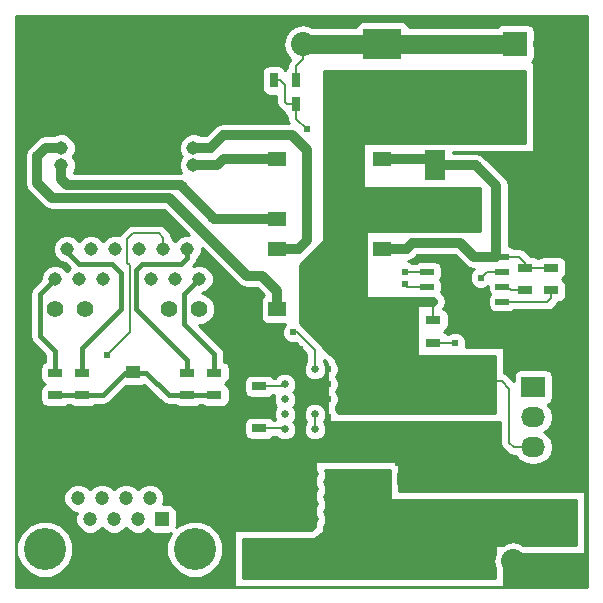
<source format=gtl>
G04 #@! TF.FileFunction,Copper,L1,Top,Signal*
%FSLAX46Y46*%
G04 Gerber Fmt 4.6, Leading zero omitted, Abs format (unit mm)*
G04 Created by KiCad (PCBNEW (2015-03-16 BZR 5519)-product) date Mon 23 Mar 2015 09:38:02 AM CET*
%MOMM*%
G01*
G04 APERTURE LIST*
%ADD10C,0.150000*%
%ADD11C,0.655320*%
%ADD12C,3.556000*%
%ADD13C,1.193800*%
%ADD14R,1.193800X1.193800*%
%ADD15C,1.143000*%
%ADD16C,3.505200*%
%ADD17C,1.828800*%
%ADD18C,1.397000*%
%ADD19R,1.501140X1.300480*%
%ADD20R,5.000000X1.000000*%
%ADD21R,2.500000X1.000000*%
%ADD22R,1.250000X1.000000*%
%ADD23R,3.299460X2.499360*%
%ADD24R,1.800860X2.499360*%
%ADD25R,2.032000X1.727200*%
%ADD26O,2.032000X1.727200*%
%ADD27R,2.032000X2.032000*%
%ADD28O,2.032000X2.032000*%
%ADD29R,1.300000X0.700000*%
%ADD30R,0.700000X1.300000*%
%ADD31R,1.143000X0.508000*%
%ADD32C,0.609600*%
%ADD33C,0.203200*%
%ADD34C,1.625600*%
%ADD35C,0.812800*%
%ADD36C,0.406400*%
%ADD37C,0.254000*%
G04 APERTURE END LIST*
D10*
D11*
X149225000Y-105410000D03*
X147955000Y-105410000D03*
X146685000Y-105410000D03*
X145415000Y-105410000D03*
X144145000Y-105410000D03*
X142875000Y-105410000D03*
X141605000Y-105410000D03*
X149225000Y-104140000D03*
X147955000Y-104140000D03*
X146685000Y-104140000D03*
X145415000Y-104140000D03*
X144145000Y-104140000D03*
X142875000Y-104140000D03*
X141605000Y-104140000D03*
X149225000Y-102870000D03*
X147955000Y-102870000D03*
X146685000Y-102870000D03*
X145415000Y-102870000D03*
X144145000Y-102870000D03*
X142875000Y-102870000D03*
X141605000Y-102870000D03*
X149225000Y-101600000D03*
X147955000Y-101600000D03*
X146685000Y-101600000D03*
X145415000Y-101600000D03*
X144145000Y-101600000D03*
X142875000Y-101600000D03*
X141605000Y-101600000D03*
X149225000Y-100330000D03*
X147955000Y-100330000D03*
X146685000Y-100330000D03*
X145415000Y-100330000D03*
X144145000Y-100330000D03*
X142875000Y-100330000D03*
X141605000Y-100330000D03*
X149225000Y-99060000D03*
X147955000Y-99060000D03*
X146685000Y-99060000D03*
X145415000Y-99060000D03*
X144145000Y-99060000D03*
X142875000Y-99060000D03*
X141605000Y-99060000D03*
X149225000Y-97790000D03*
X147955000Y-97790000D03*
X146685000Y-97790000D03*
X145415000Y-97790000D03*
X144145000Y-97790000D03*
X142875000Y-97790000D03*
X141605000Y-97790000D03*
X144145000Y-96520000D03*
X142875000Y-96520000D03*
X141605000Y-96520000D03*
X149225000Y-95250000D03*
X147955000Y-95250000D03*
X146685000Y-95250000D03*
X144145000Y-95250000D03*
X142875000Y-95250000D03*
X141605000Y-95250000D03*
X149225000Y-93980000D03*
X147955000Y-93980000D03*
X146685000Y-93980000D03*
X144145000Y-93980000D03*
X142875000Y-93980000D03*
X141605000Y-93980000D03*
X149225000Y-92710000D03*
X147955000Y-92710000D03*
X146685000Y-92710000D03*
X144145000Y-92710000D03*
X142875000Y-92710000D03*
X141605000Y-92710000D03*
D12*
X121285000Y-107950000D03*
X133985000Y-107950000D03*
D13*
X124079000Y-103632000D03*
X126111000Y-103632000D03*
X128143000Y-103632000D03*
X130175000Y-103632000D03*
X125095000Y-105410000D03*
X127127000Y-105410000D03*
X129159000Y-105410000D03*
D14*
X131191000Y-105410000D03*
D15*
X123190000Y-82550000D03*
X125222000Y-82550000D03*
X127254000Y-82550000D03*
X129286000Y-82550000D03*
X131318000Y-82550000D03*
X133350000Y-82550000D03*
X122174000Y-85090000D03*
X124206000Y-85090000D03*
X126238000Y-85090000D03*
X130302000Y-85090000D03*
X132334000Y-85090000D03*
X134366000Y-85090000D03*
D16*
X121920000Y-67310000D03*
X134620000Y-67310000D03*
D17*
X120205500Y-64135000D03*
X136334500Y-64135000D03*
D15*
X122682000Y-75438000D03*
X133858000Y-75438000D03*
X122682000Y-73964800D03*
X133858000Y-73964800D03*
D18*
X134366000Y-87630000D03*
X131826000Y-87630000D03*
X122174000Y-87630000D03*
X124714000Y-87630000D03*
D19*
X149860000Y-87630000D03*
X149860000Y-82529680D03*
X140959840Y-82529680D03*
X140959840Y-87630000D03*
X149860000Y-80010000D03*
X149860000Y-74909680D03*
X140959840Y-74909680D03*
X140959840Y-80010000D03*
D20*
X153670000Y-93720000D03*
X153670000Y-99320000D03*
D21*
X152400000Y-105005000D03*
X152400000Y-102005000D03*
D22*
X128778000Y-92980000D03*
X128778000Y-94980000D03*
D23*
X149860000Y-65178940D03*
X149860000Y-71981060D03*
D24*
X154305000Y-79468980D03*
X154305000Y-75471020D03*
D25*
X162623500Y-94234000D03*
D26*
X162623500Y-96774000D03*
X162623500Y-99314000D03*
D27*
X140589000Y-65214500D03*
D28*
X143129000Y-65214500D03*
D27*
X158369000Y-108966000D03*
D28*
X160909000Y-108966000D03*
D27*
X161099500Y-65151000D03*
D28*
X163639500Y-65151000D03*
D29*
X139446000Y-97724000D03*
X139446000Y-95824000D03*
X139446000Y-94168000D03*
X139446000Y-92268000D03*
X154178000Y-88585000D03*
X154178000Y-90485000D03*
X161925000Y-86040000D03*
X161925000Y-84140000D03*
X164147500Y-86040000D03*
X164147500Y-84140000D03*
D30*
X142555000Y-68262500D03*
X140655000Y-68262500D03*
X142555000Y-70294500D03*
X140655000Y-70294500D03*
D29*
X122174000Y-94930000D03*
X122174000Y-93030000D03*
X124460000Y-94930000D03*
X124460000Y-93030000D03*
X133350000Y-94930000D03*
X133350000Y-93030000D03*
X135636000Y-94930000D03*
X135636000Y-93030000D03*
D31*
X153670000Y-86995000D03*
X153670000Y-85725000D03*
X153670000Y-84455000D03*
X153670000Y-83185000D03*
X160020000Y-83185000D03*
X160020000Y-84455000D03*
X160020000Y-85725000D03*
X160020000Y-86995000D03*
D32*
X151765000Y-85534500D03*
X143446500Y-72390000D03*
X126555500Y-91503500D03*
X145224500Y-96774000D03*
X145224500Y-93980000D03*
X145224500Y-92710000D03*
X145224500Y-95250000D03*
X151193500Y-100647500D03*
X151574500Y-97790000D03*
X142875000Y-90995500D03*
X141605000Y-90995500D03*
X140335000Y-105410000D03*
X140335000Y-104140000D03*
X140335000Y-102870000D03*
X140335000Y-101600000D03*
X140335000Y-100330000D03*
X140335000Y-99060000D03*
X151765000Y-84455000D03*
X142303500Y-89598500D03*
X158178500Y-84963000D03*
X156019500Y-90487500D03*
D33*
X142555000Y-70294500D02*
X142555000Y-71498500D01*
X151955500Y-85725000D02*
X153670000Y-85725000D01*
X151765000Y-85534500D02*
X151955500Y-85725000D01*
X142555000Y-71498500D02*
X143446500Y-72390000D01*
X140655000Y-68262500D02*
X141224000Y-68262500D01*
X141795500Y-70294500D02*
X142555000Y-70294500D01*
X141605000Y-70104000D02*
X141795500Y-70294500D01*
X141605000Y-68643500D02*
X141605000Y-70104000D01*
X141224000Y-68262500D02*
X141605000Y-68643500D01*
X154051000Y-85598000D02*
X154178000Y-85725000D01*
X131318000Y-81597500D02*
X131318000Y-82550000D01*
X130937000Y-81216500D02*
X131318000Y-81597500D01*
X128778000Y-81216500D02*
X130937000Y-81216500D01*
X128270000Y-81724500D02*
X128778000Y-81216500D01*
X128270000Y-83693000D02*
X128270000Y-81724500D01*
X128460500Y-83883500D02*
X128270000Y-83693000D01*
X128460500Y-89598500D02*
X128460500Y-83883500D01*
X126555500Y-91503500D02*
X128460500Y-89598500D01*
D34*
X149860000Y-65178940D02*
X161071560Y-65178940D01*
X161071560Y-65178940D02*
X161099500Y-65151000D01*
D33*
X143129000Y-65214500D02*
X143129000Y-66484500D01*
X142555000Y-67058500D02*
X142555000Y-68262500D01*
X143129000Y-66484500D02*
X142555000Y-67058500D01*
D34*
X143129000Y-65214500D02*
X149824440Y-65214500D01*
X149824440Y-65214500D02*
X149860000Y-65178940D01*
D33*
X143002000Y-64516000D02*
X143002000Y-65532000D01*
D34*
X149760940Y-65278000D02*
X149860000Y-65178940D01*
D33*
X161925000Y-84140000D02*
X164147500Y-84140000D01*
X161417000Y-83185000D02*
X161925000Y-83693000D01*
X161925000Y-83693000D02*
X161925000Y-84137500D01*
X159512000Y-83185000D02*
X161417000Y-83185000D01*
D35*
X153743660Y-74909680D02*
X154305000Y-75471020D01*
X157767020Y-75471020D02*
X159512000Y-77216000D01*
X149860000Y-74909680D02*
X153743660Y-74909680D01*
X149860000Y-82529680D02*
X151912320Y-82529680D01*
X157607000Y-83185000D02*
X159512000Y-83185000D01*
X156464000Y-82042000D02*
X157607000Y-83185000D01*
X152400000Y-82042000D02*
X156464000Y-82042000D01*
X151912320Y-82529680D02*
X152400000Y-82042000D01*
X159512000Y-77216000D02*
X159512000Y-83185000D01*
X154305000Y-75471020D02*
X157767020Y-75471020D01*
D33*
X162623500Y-99314000D02*
X160972500Y-99314000D01*
X159950500Y-93720000D02*
X153670000Y-93720000D01*
X160591500Y-94361000D02*
X159950500Y-93720000D01*
X160591500Y-98933000D02*
X160591500Y-94361000D01*
X160972500Y-99314000D02*
X160591500Y-98933000D01*
D35*
X149860000Y-87630000D02*
X151384000Y-87630000D01*
X152019000Y-86995000D02*
X154178000Y-86995000D01*
X151384000Y-87630000D02*
X152019000Y-86995000D01*
D33*
X154178000Y-88582500D02*
X154178000Y-86995000D01*
D35*
X122682000Y-75438000D02*
X122682000Y-76652120D01*
X132786120Y-77160120D02*
X135636000Y-80010000D01*
X122682000Y-76652120D02*
X123190000Y-77160120D01*
X135636000Y-80010000D02*
X140959840Y-80010000D01*
X123190000Y-77160120D02*
X132786120Y-77160120D01*
X133858000Y-75438000D02*
X135890000Y-75438000D01*
X136418320Y-74909680D02*
X140959840Y-74909680D01*
X135890000Y-75438000D02*
X136418320Y-74909680D01*
X121920000Y-78232000D02*
X131826000Y-78232000D01*
X121361200Y-73964800D02*
X120650000Y-74676000D01*
X139700000Y-84836000D02*
X140959840Y-86095840D01*
X140959840Y-86095840D02*
X140959840Y-87630000D01*
X131826000Y-78232000D02*
X136398000Y-82804000D01*
X120650000Y-74676000D02*
X120650000Y-76962000D01*
X120650000Y-76962000D02*
X121920000Y-78232000D01*
X138430000Y-84836000D02*
X139700000Y-84836000D01*
X136398000Y-82804000D02*
X138430000Y-84836000D01*
X122682000Y-73964800D02*
X121361200Y-73964800D01*
X142768320Y-82529680D02*
X140959840Y-82529680D01*
X136398000Y-72898000D02*
X142240000Y-72898000D01*
X143510000Y-74168000D02*
X143510000Y-81788000D01*
X135331200Y-73964800D02*
X136398000Y-72898000D01*
X142240000Y-72898000D02*
X143510000Y-74168000D01*
X133858000Y-73964800D02*
X135331200Y-73964800D01*
X143510000Y-81788000D02*
X142768320Y-82529680D01*
D36*
X144145000Y-105410000D02*
X142875000Y-105410000D01*
X144145000Y-104140000D02*
X142875000Y-104140000D01*
X144145000Y-102870000D02*
X142875000Y-102870000D01*
X144145000Y-101600000D02*
X142875000Y-101600000D01*
D33*
X145415000Y-97790000D02*
X145415000Y-96964500D01*
X145415000Y-96964500D02*
X145224500Y-96774000D01*
X145224500Y-92710000D02*
X145224500Y-93980000D01*
X145224500Y-93980000D02*
X144145000Y-93980000D01*
X144145000Y-95250000D02*
X145224500Y-95250000D01*
X149225000Y-100330000D02*
X150876000Y-100330000D01*
X150876000Y-100330000D02*
X151193500Y-100647500D01*
X149225000Y-97790000D02*
X151574500Y-97790000D01*
X142875000Y-92710000D02*
X142875000Y-90995500D01*
X141605000Y-92710000D02*
X141605000Y-90995500D01*
X141605000Y-105410000D02*
X140335000Y-105410000D01*
X141605000Y-104140000D02*
X140335000Y-104140000D01*
X141605000Y-102870000D02*
X140335000Y-102870000D01*
X141605000Y-101600000D02*
X140335000Y-101600000D01*
X141605000Y-100330000D02*
X140335000Y-100330000D01*
X141605000Y-99060000D02*
X140335000Y-99060000D01*
D36*
X128079500Y-93027500D02*
X128778000Y-93027500D01*
X128778000Y-93027500D02*
X129857500Y-93027500D01*
X129857500Y-93027500D02*
X131762500Y-94932500D01*
X126174500Y-94932500D02*
X128079500Y-93027500D01*
X124460000Y-94932500D02*
X126174500Y-94932500D01*
X122174000Y-94932500D02*
X124460000Y-94932500D01*
X131762500Y-94932500D02*
X133350000Y-94932500D01*
X133350000Y-94932500D02*
X135636000Y-94932500D01*
X123190000Y-82550000D02*
X123190000Y-82804000D01*
X123190000Y-82804000D02*
X124206000Y-83820000D01*
X124206000Y-83820000D02*
X127000000Y-83820000D01*
X127000000Y-83820000D02*
X127762000Y-84582000D01*
X127762000Y-84582000D02*
X127762000Y-87630000D01*
X127762000Y-87630000D02*
X124460000Y-90932000D01*
X124460000Y-90932000D02*
X124460000Y-93027500D01*
X129032000Y-87630000D02*
X133350000Y-91948000D01*
X133350000Y-82550000D02*
X133350000Y-83312000D01*
X133350000Y-91948000D02*
X133350000Y-93027500D01*
X129032000Y-84328000D02*
X129032000Y-87630000D01*
X132842000Y-83820000D02*
X129540000Y-83820000D01*
X133350000Y-83312000D02*
X132842000Y-83820000D01*
X129540000Y-83820000D02*
X129032000Y-84328000D01*
X122174000Y-85090000D02*
X120904000Y-86360000D01*
X122174000Y-91186000D02*
X122174000Y-93027500D01*
X120904000Y-89916000D02*
X122174000Y-91186000D01*
X120904000Y-86360000D02*
X120904000Y-89916000D01*
X135128000Y-90932000D02*
X135636000Y-91440000D01*
X133096000Y-88900000D02*
X135128000Y-90932000D01*
X135636000Y-91440000D02*
X135636000Y-93027500D01*
X133096000Y-86360000D02*
X133096000Y-88900000D01*
X134366000Y-85090000D02*
X133096000Y-86360000D01*
D33*
X153670000Y-84455000D02*
X151765000Y-84455000D01*
X142621000Y-89598500D02*
X144145000Y-91122500D01*
X144145000Y-91122500D02*
X144145000Y-91884500D01*
X144145000Y-91884500D02*
X144145000Y-92710000D01*
X142303500Y-89598500D02*
X142621000Y-89598500D01*
X144272000Y-92583000D02*
X144145000Y-92710000D01*
X139446000Y-97726500D02*
X141541500Y-97726500D01*
X141541500Y-97726500D02*
X141605000Y-97790000D01*
X139446000Y-94170500D02*
X141414500Y-94170500D01*
X141414500Y-94170500D02*
X141605000Y-93980000D01*
X154178000Y-90485000D02*
X156017000Y-90485000D01*
X158686500Y-84455000D02*
X160020000Y-84455000D01*
X158178500Y-84963000D02*
X158686500Y-84455000D01*
X156017000Y-90485000D02*
X156019500Y-90487500D01*
X159512000Y-85725000D02*
X160401000Y-85725000D01*
X160718500Y-86042500D02*
X161925000Y-86042500D01*
X160401000Y-85725000D02*
X160718500Y-86042500D01*
X160020000Y-86995000D02*
X163830000Y-86995000D01*
X164147500Y-86677500D02*
X164147500Y-86040000D01*
X163830000Y-86995000D02*
X164147500Y-86677500D01*
X144145000Y-96520000D02*
X144145000Y-97790000D01*
D37*
G36*
X166243000Y-107569000D02*
X161781269Y-107569000D01*
X161540810Y-107408330D01*
X160909000Y-107282655D01*
X160277190Y-107408330D01*
X160036730Y-107569000D01*
X159385000Y-107569000D01*
X159385000Y-108299861D01*
X159383675Y-108301845D01*
X159258000Y-108933655D01*
X159258000Y-108998345D01*
X159383675Y-109630155D01*
X159385000Y-109632138D01*
X159385000Y-110363000D01*
X138049000Y-110363000D01*
X138049000Y-107061000D01*
X144056453Y-107061000D01*
X144907000Y-106493968D01*
X144907000Y-106009549D01*
X144960628Y-105956015D01*
X145107493Y-105602325D01*
X145107827Y-105219355D01*
X144961580Y-104865409D01*
X144907000Y-104810733D01*
X144907000Y-104739549D01*
X144960628Y-104686015D01*
X145107493Y-104332325D01*
X145107827Y-103949355D01*
X144961580Y-103595409D01*
X144907000Y-103540733D01*
X144907000Y-103469549D01*
X144960628Y-103416015D01*
X145107493Y-103062325D01*
X145107827Y-102679355D01*
X144961580Y-102325409D01*
X144907000Y-102270733D01*
X144907000Y-102199549D01*
X144960628Y-102146015D01*
X145107493Y-101792325D01*
X145107827Y-101409355D01*
X145029174Y-101219000D01*
X145045684Y-101219000D01*
X145222675Y-101292493D01*
X145605645Y-101292827D01*
X145784320Y-101219000D01*
X146315684Y-101219000D01*
X146492675Y-101292493D01*
X146875645Y-101292827D01*
X147054320Y-101219000D01*
X147585684Y-101219000D01*
X147762675Y-101292493D01*
X148145645Y-101292827D01*
X148324320Y-101219000D01*
X148855684Y-101219000D01*
X149032675Y-101292493D01*
X149415645Y-101292827D01*
X149594320Y-101219000D01*
X150436083Y-101219000D01*
X150495000Y-101278019D01*
X150495000Y-103759000D01*
X166243000Y-103759000D01*
X166243000Y-107569000D01*
X166243000Y-107569000D01*
G37*
X166243000Y-107569000D02*
X161781269Y-107569000D01*
X161540810Y-107408330D01*
X160909000Y-107282655D01*
X160277190Y-107408330D01*
X160036730Y-107569000D01*
X159385000Y-107569000D01*
X159385000Y-108299861D01*
X159383675Y-108301845D01*
X159258000Y-108933655D01*
X159258000Y-108998345D01*
X159383675Y-109630155D01*
X159385000Y-109632138D01*
X159385000Y-110363000D01*
X138049000Y-110363000D01*
X138049000Y-107061000D01*
X144056453Y-107061000D01*
X144907000Y-106493968D01*
X144907000Y-106009549D01*
X144960628Y-105956015D01*
X145107493Y-105602325D01*
X145107827Y-105219355D01*
X144961580Y-104865409D01*
X144907000Y-104810733D01*
X144907000Y-104739549D01*
X144960628Y-104686015D01*
X145107493Y-104332325D01*
X145107827Y-103949355D01*
X144961580Y-103595409D01*
X144907000Y-103540733D01*
X144907000Y-103469549D01*
X144960628Y-103416015D01*
X145107493Y-103062325D01*
X145107827Y-102679355D01*
X144961580Y-102325409D01*
X144907000Y-102270733D01*
X144907000Y-102199549D01*
X144960628Y-102146015D01*
X145107493Y-101792325D01*
X145107827Y-101409355D01*
X145029174Y-101219000D01*
X145045684Y-101219000D01*
X145222675Y-101292493D01*
X145605645Y-101292827D01*
X145784320Y-101219000D01*
X146315684Y-101219000D01*
X146492675Y-101292493D01*
X146875645Y-101292827D01*
X147054320Y-101219000D01*
X147585684Y-101219000D01*
X147762675Y-101292493D01*
X148145645Y-101292827D01*
X148324320Y-101219000D01*
X148855684Y-101219000D01*
X149032675Y-101292493D01*
X149415645Y-101292827D01*
X149594320Y-101219000D01*
X150436083Y-101219000D01*
X150495000Y-101278019D01*
X150495000Y-103759000D01*
X166243000Y-103759000D01*
X166243000Y-107569000D01*
G36*
X161925000Y-73533000D02*
X148209000Y-73533000D01*
X148209000Y-77343000D01*
X153279208Y-77343000D01*
X153404570Y-77368140D01*
X155205430Y-77368140D01*
X155335003Y-77343000D01*
X158115000Y-77343000D01*
X158115000Y-81000600D01*
X156464000Y-81000600D01*
X152400000Y-81000600D01*
X148463000Y-81000600D01*
X148463000Y-81874403D01*
X148461990Y-81879440D01*
X148461990Y-83179920D01*
X148463000Y-83185125D01*
X148463000Y-84582000D01*
X148463000Y-86715600D01*
X152781000Y-86715600D01*
X152781000Y-87884000D01*
X152781000Y-91567000D01*
X156464000Y-91567000D01*
X159385000Y-91567000D01*
X159385000Y-96393000D01*
X146083939Y-96393000D01*
X146021688Y-96242341D01*
X145923000Y-96143480D01*
X145923000Y-95880637D01*
X146020759Y-95783049D01*
X146164137Y-95437758D01*
X146164463Y-95063882D01*
X146021688Y-94718341D01*
X145923000Y-94619480D01*
X145923000Y-94610637D01*
X146020759Y-94513049D01*
X146164137Y-94167758D01*
X146164463Y-93793882D01*
X146021688Y-93448341D01*
X145961100Y-93387647D01*
X145961100Y-93302604D01*
X146020759Y-93243049D01*
X146164137Y-92897758D01*
X146164463Y-92523882D01*
X146021688Y-92178341D01*
X145923000Y-92079480D01*
X145923000Y-91892132D01*
X144836599Y-90896264D01*
X144825530Y-90840615D01*
X144665855Y-90601645D01*
X143141855Y-89077645D01*
X143050613Y-89016679D01*
X142875000Y-88840759D01*
X142875000Y-83872605D01*
X143434913Y-83312691D01*
X143504701Y-83266061D01*
X144246381Y-82524381D01*
X144293011Y-82454593D01*
X144907000Y-81840605D01*
X144907000Y-67437000D01*
X161925000Y-67437000D01*
X161925000Y-73533000D01*
X161925000Y-73533000D01*
G37*
X161925000Y-73533000D02*
X148209000Y-73533000D01*
X148209000Y-77343000D01*
X153279208Y-77343000D01*
X153404570Y-77368140D01*
X155205430Y-77368140D01*
X155335003Y-77343000D01*
X158115000Y-77343000D01*
X158115000Y-81000600D01*
X156464000Y-81000600D01*
X152400000Y-81000600D01*
X148463000Y-81000600D01*
X148463000Y-81874403D01*
X148461990Y-81879440D01*
X148461990Y-83179920D01*
X148463000Y-83185125D01*
X148463000Y-84582000D01*
X148463000Y-86715600D01*
X152781000Y-86715600D01*
X152781000Y-87884000D01*
X152781000Y-91567000D01*
X156464000Y-91567000D01*
X159385000Y-91567000D01*
X159385000Y-96393000D01*
X146083939Y-96393000D01*
X146021688Y-96242341D01*
X145923000Y-96143480D01*
X145923000Y-95880637D01*
X146020759Y-95783049D01*
X146164137Y-95437758D01*
X146164463Y-95063882D01*
X146021688Y-94718341D01*
X145923000Y-94619480D01*
X145923000Y-94610637D01*
X146020759Y-94513049D01*
X146164137Y-94167758D01*
X146164463Y-93793882D01*
X146021688Y-93448341D01*
X145961100Y-93387647D01*
X145961100Y-93302604D01*
X146020759Y-93243049D01*
X146164137Y-92897758D01*
X146164463Y-92523882D01*
X146021688Y-92178341D01*
X145923000Y-92079480D01*
X145923000Y-91892132D01*
X144836599Y-90896264D01*
X144825530Y-90840615D01*
X144665855Y-90601645D01*
X143141855Y-89077645D01*
X143050613Y-89016679D01*
X142875000Y-88840759D01*
X142875000Y-83872605D01*
X143434913Y-83312691D01*
X143504701Y-83266061D01*
X144246381Y-82524381D01*
X144293011Y-82454593D01*
X144907000Y-81840605D01*
X144907000Y-67437000D01*
X161925000Y-67437000D01*
X161925000Y-73533000D01*
G36*
X167175180Y-111173260D02*
X167005000Y-111173260D01*
X167005000Y-108331000D01*
X167005000Y-102997000D01*
X165444940Y-102997000D01*
X165444940Y-86390000D01*
X165444940Y-85690000D01*
X165397963Y-85447877D01*
X165258173Y-85235073D01*
X165047140Y-85092623D01*
X165037969Y-85090783D01*
X165039623Y-85090463D01*
X165252427Y-84950673D01*
X165394877Y-84739640D01*
X165444940Y-84490000D01*
X165444940Y-83790000D01*
X165397963Y-83547877D01*
X165258173Y-83335073D01*
X165047140Y-83192623D01*
X164797500Y-83142560D01*
X163497500Y-83142560D01*
X163255377Y-83189537D01*
X163042573Y-83329327D01*
X163037163Y-83337341D01*
X163035673Y-83335073D01*
X162824640Y-83192623D01*
X162575000Y-83142560D01*
X162416270Y-83142560D01*
X161937855Y-82664145D01*
X161698885Y-82504470D01*
X161417000Y-82448400D01*
X161011176Y-82448400D01*
X160841140Y-82333623D01*
X160591500Y-82283560D01*
X160553400Y-82283560D01*
X160553400Y-77216000D01*
X160474128Y-76817474D01*
X160474128Y-76817473D01*
X160248381Y-76479619D01*
X158503401Y-74734639D01*
X158165547Y-74508892D01*
X157767020Y-74429620D01*
X155852870Y-74429620D01*
X155852870Y-74295000D01*
X162687000Y-74295000D01*
X162687000Y-66675000D01*
X162498380Y-66675000D01*
X162570427Y-66627673D01*
X162712877Y-66416640D01*
X162762940Y-66167000D01*
X162762940Y-64135000D01*
X162715963Y-63892877D01*
X162576173Y-63680073D01*
X162365140Y-63537623D01*
X162115500Y-63487560D01*
X160083500Y-63487560D01*
X159841377Y-63534537D01*
X159628573Y-63674327D01*
X159590223Y-63731140D01*
X152118730Y-63731140D01*
X152110193Y-63687137D01*
X151970403Y-63474333D01*
X151759370Y-63331883D01*
X151509730Y-63281820D01*
X148210270Y-63281820D01*
X147968147Y-63328797D01*
X147755343Y-63468587D01*
X147612893Y-63679620D01*
X147595429Y-63766700D01*
X143925242Y-63766700D01*
X143760810Y-63656830D01*
X143129000Y-63531155D01*
X142497190Y-63656830D01*
X141961567Y-64014722D01*
X141603675Y-64550345D01*
X141478000Y-65182155D01*
X141478000Y-65246845D01*
X141603675Y-65878655D01*
X141961567Y-66414278D01*
X142079027Y-66492762D01*
X142034145Y-66537645D01*
X141874470Y-66776615D01*
X141818400Y-67058500D01*
X141818400Y-67106943D01*
X141750073Y-67151827D01*
X141607623Y-67362860D01*
X141605783Y-67372030D01*
X141605463Y-67370377D01*
X141465673Y-67157573D01*
X141254640Y-67015123D01*
X141005000Y-66965060D01*
X140305000Y-66965060D01*
X140062877Y-67012037D01*
X139850073Y-67151827D01*
X139707623Y-67362860D01*
X139657560Y-67612500D01*
X139657560Y-68912500D01*
X139704537Y-69154623D01*
X139844327Y-69367427D01*
X140055360Y-69509877D01*
X140305000Y-69559940D01*
X140868400Y-69559940D01*
X140868400Y-70104000D01*
X140924470Y-70385885D01*
X141084145Y-70624855D01*
X141274645Y-70815355D01*
X141513615Y-70975030D01*
X141513616Y-70975030D01*
X141565485Y-70985347D01*
X141604537Y-71186623D01*
X141744327Y-71399427D01*
X141818400Y-71449427D01*
X141818400Y-71498500D01*
X141874470Y-71780385D01*
X141925395Y-71856600D01*
X136398000Y-71856600D01*
X135999473Y-71935872D01*
X135661619Y-72161619D01*
X134899838Y-72923400D01*
X134496141Y-72923400D01*
X134099041Y-72758510D01*
X133619065Y-72758091D01*
X133175465Y-72941382D01*
X132835775Y-73280480D01*
X132651710Y-73723759D01*
X132651291Y-74203735D01*
X132834582Y-74647335D01*
X132888349Y-74701196D01*
X132835775Y-74753680D01*
X132651710Y-75196959D01*
X132651291Y-75676935D01*
X132834582Y-76120535D01*
X132844328Y-76130298D01*
X132786120Y-76118720D01*
X123723400Y-76118720D01*
X123723400Y-76076141D01*
X123888290Y-75679041D01*
X123888709Y-75199065D01*
X123705418Y-74755465D01*
X123651650Y-74701603D01*
X123704225Y-74649120D01*
X123888290Y-74205841D01*
X123888709Y-73725865D01*
X123705418Y-73282265D01*
X123366320Y-72942575D01*
X122923041Y-72758510D01*
X122443065Y-72758091D01*
X122042984Y-72923400D01*
X121361200Y-72923400D01*
X120962674Y-73002671D01*
X120624819Y-73228419D01*
X119913619Y-73939619D01*
X119687872Y-74277473D01*
X119608600Y-74676000D01*
X119608600Y-76962000D01*
X119687872Y-77360527D01*
X119913619Y-77698381D01*
X121183619Y-78968381D01*
X121521473Y-79194128D01*
X121521474Y-79194128D01*
X121920000Y-79273400D01*
X131394638Y-79273400D01*
X133464837Y-81343599D01*
X133111065Y-81343291D01*
X132667465Y-81526582D01*
X132333715Y-81859749D01*
X132050289Y-81575827D01*
X131998530Y-81315615D01*
X131838855Y-81076645D01*
X131457855Y-80695645D01*
X131218885Y-80535970D01*
X130937000Y-80479900D01*
X128778000Y-80479900D01*
X128496115Y-80535970D01*
X128257145Y-80695645D01*
X127749145Y-81203645D01*
X127620693Y-81395885D01*
X127495041Y-81343710D01*
X127015065Y-81343291D01*
X126571465Y-81526582D01*
X126237715Y-81859749D01*
X125906320Y-81527775D01*
X125463041Y-81343710D01*
X124983065Y-81343291D01*
X124539465Y-81526582D01*
X124205715Y-81859749D01*
X123874320Y-81527775D01*
X123431041Y-81343710D01*
X122951065Y-81343291D01*
X122507465Y-81526582D01*
X122167775Y-81865680D01*
X121983710Y-82308959D01*
X121983291Y-82788935D01*
X122166582Y-83232535D01*
X122505680Y-83572225D01*
X122948959Y-83756290D01*
X122956902Y-83756296D01*
X123395214Y-84194608D01*
X123189715Y-84399749D01*
X122858320Y-84067775D01*
X122415041Y-83883710D01*
X121935065Y-83883291D01*
X121491465Y-84066582D01*
X121151775Y-84405680D01*
X120967710Y-84848959D01*
X120967481Y-85111124D01*
X120311303Y-85767303D01*
X120129604Y-86039234D01*
X120065800Y-86360000D01*
X120065800Y-89916000D01*
X120129604Y-90236766D01*
X120311303Y-90508697D01*
X121335800Y-91533194D01*
X121335800Y-92069074D01*
X121281877Y-92079537D01*
X121069073Y-92219327D01*
X120926623Y-92430360D01*
X120876560Y-92680000D01*
X120876560Y-93380000D01*
X120923537Y-93622123D01*
X121063327Y-93834927D01*
X121274360Y-93977377D01*
X121283530Y-93979216D01*
X121281877Y-93979537D01*
X121069073Y-94119327D01*
X120926623Y-94330360D01*
X120876560Y-94580000D01*
X120876560Y-95280000D01*
X120923537Y-95522123D01*
X121063327Y-95734927D01*
X121274360Y-95877377D01*
X121524000Y-95927440D01*
X122824000Y-95927440D01*
X123066123Y-95880463D01*
X123233216Y-95770700D01*
X123402323Y-95770700D01*
X123560360Y-95877377D01*
X123810000Y-95927440D01*
X125110000Y-95927440D01*
X125352123Y-95880463D01*
X125519216Y-95770700D01*
X126174500Y-95770700D01*
X126495265Y-95706896D01*
X126495266Y-95706896D01*
X126767197Y-95525197D01*
X128164954Y-94127440D01*
X129403000Y-94127440D01*
X129645123Y-94080463D01*
X129693373Y-94048767D01*
X131169803Y-95525197D01*
X131441735Y-95706896D01*
X131762500Y-95770700D01*
X132292323Y-95770700D01*
X132450360Y-95877377D01*
X132700000Y-95927440D01*
X134000000Y-95927440D01*
X134242123Y-95880463D01*
X134409216Y-95770700D01*
X134578323Y-95770700D01*
X134736360Y-95877377D01*
X134986000Y-95927440D01*
X136286000Y-95927440D01*
X136528123Y-95880463D01*
X136740927Y-95740673D01*
X136883377Y-95529640D01*
X136933440Y-95280000D01*
X136933440Y-94580000D01*
X136886463Y-94337877D01*
X136746673Y-94125073D01*
X136535640Y-93982623D01*
X136526469Y-93980783D01*
X136528123Y-93980463D01*
X136740927Y-93840673D01*
X136883377Y-93629640D01*
X136933440Y-93380000D01*
X136933440Y-92680000D01*
X136886463Y-92437877D01*
X136746673Y-92225073D01*
X136535640Y-92082623D01*
X136474200Y-92070301D01*
X136474200Y-91440000D01*
X136410396Y-91119235D01*
X136410395Y-91119234D01*
X136228697Y-90847303D01*
X135720697Y-90339303D01*
X134344876Y-88963482D01*
X134630086Y-88963731D01*
X135120380Y-88761146D01*
X135495827Y-88386353D01*
X135699268Y-87896413D01*
X135699731Y-87365914D01*
X135497146Y-86875620D01*
X135122353Y-86500173D01*
X134632413Y-86296732D01*
X134604937Y-86296708D01*
X135048535Y-86113418D01*
X135388225Y-85774320D01*
X135572290Y-85331041D01*
X135572709Y-84851065D01*
X135389418Y-84407465D01*
X135050320Y-84067775D01*
X134607041Y-83883710D01*
X134127065Y-83883291D01*
X133849356Y-83998037D01*
X133942697Y-83904697D01*
X134124395Y-83632766D01*
X134124396Y-83632765D01*
X134161885Y-83444293D01*
X134372225Y-83234320D01*
X134556290Y-82791041D01*
X134556600Y-82435362D01*
X135661619Y-83540381D01*
X137693619Y-85572381D01*
X138031473Y-85798128D01*
X138031474Y-85798128D01*
X138430000Y-85877400D01*
X139268638Y-85877400D01*
X139848484Y-86457246D01*
X139754343Y-86519087D01*
X139611893Y-86730120D01*
X139561830Y-86979760D01*
X139561830Y-88280240D01*
X139608807Y-88522363D01*
X139748597Y-88735167D01*
X139959630Y-88877617D01*
X140209270Y-88927680D01*
X141645252Y-88927680D01*
X141507241Y-89065451D01*
X141363863Y-89410742D01*
X141363537Y-89784618D01*
X141506312Y-90130159D01*
X141770451Y-90394759D01*
X142115742Y-90538137D01*
X142489618Y-90538463D01*
X142510588Y-90529798D01*
X143408400Y-91427610D01*
X143408400Y-91884500D01*
X143408400Y-92085094D01*
X143329372Y-92163985D01*
X143182507Y-92517675D01*
X143182173Y-92900645D01*
X143328420Y-93254591D01*
X143598985Y-93525628D01*
X143952675Y-93672493D01*
X144335645Y-93672827D01*
X144689591Y-93526580D01*
X144960628Y-93256015D01*
X145107493Y-92902325D01*
X145107827Y-92519355D01*
X144961580Y-92165409D01*
X144881600Y-92085289D01*
X144881600Y-91971221D01*
X145161000Y-92227338D01*
X145161000Y-97155000D01*
X159854900Y-97155000D01*
X159854900Y-98933000D01*
X159910970Y-99214885D01*
X160070645Y-99453855D01*
X160451645Y-99834855D01*
X160690615Y-99994530D01*
X160972500Y-100050600D01*
X161163216Y-100050600D01*
X161379085Y-100373670D01*
X161865266Y-100698526D01*
X162438755Y-100812600D01*
X162808245Y-100812600D01*
X163381734Y-100698526D01*
X163867915Y-100373670D01*
X164192771Y-99887489D01*
X164306845Y-99314000D01*
X164192771Y-98740511D01*
X163867915Y-98254330D01*
X163553134Y-98044000D01*
X163867915Y-97833670D01*
X164192771Y-97347489D01*
X164306845Y-96774000D01*
X164192771Y-96200511D01*
X163867915Y-95714330D01*
X163852132Y-95703784D01*
X163881623Y-95698063D01*
X164094427Y-95558273D01*
X164236877Y-95347240D01*
X164286940Y-95097600D01*
X164286940Y-93370400D01*
X164239963Y-93128277D01*
X164100173Y-92915473D01*
X163889140Y-92773023D01*
X163639500Y-92722960D01*
X161607500Y-92722960D01*
X161365377Y-92769937D01*
X161152573Y-92909727D01*
X161010123Y-93120760D01*
X160960060Y-93370400D01*
X160960060Y-93687850D01*
X160471355Y-93199145D01*
X160232385Y-93039470D01*
X160147000Y-93022485D01*
X160147000Y-90805000D01*
X156905263Y-90805000D01*
X156959137Y-90675258D01*
X156959463Y-90301382D01*
X156816688Y-89955841D01*
X156552549Y-89691241D01*
X156207258Y-89547863D01*
X155833382Y-89547537D01*
X155487841Y-89690312D01*
X155429651Y-89748400D01*
X155333556Y-89748400D01*
X155288673Y-89680073D01*
X155077640Y-89537623D01*
X155068469Y-89535783D01*
X155070123Y-89535463D01*
X155282927Y-89395673D01*
X155425377Y-89184640D01*
X155475440Y-88935000D01*
X155475440Y-88235000D01*
X155428463Y-87992877D01*
X155288673Y-87780073D01*
X155077640Y-87637623D01*
X154988916Y-87619830D01*
X155140128Y-87393527D01*
X155219400Y-86995000D01*
X155140128Y-86596473D01*
X154914381Y-86258619D01*
X154842497Y-86210587D01*
X154888940Y-85979000D01*
X154888940Y-85854002D01*
X154914600Y-85725000D01*
X154888940Y-85595997D01*
X154888940Y-85471000D01*
X154841963Y-85228877D01*
X154750474Y-85089603D01*
X154838877Y-84958640D01*
X154888940Y-84709000D01*
X154888940Y-84201000D01*
X154841963Y-83958877D01*
X154702173Y-83746073D01*
X154491140Y-83603623D01*
X154241500Y-83553560D01*
X153098500Y-83553560D01*
X152856377Y-83600537D01*
X152676952Y-83718400D01*
X152357604Y-83718400D01*
X152298049Y-83658741D01*
X152030382Y-83547595D01*
X152310846Y-83491808D01*
X152310847Y-83491808D01*
X152648701Y-83266061D01*
X152831362Y-83083400D01*
X156032638Y-83083400D01*
X156870619Y-83921381D01*
X157208473Y-84147128D01*
X157208474Y-84147128D01*
X157589611Y-84222941D01*
X157382241Y-84429951D01*
X157238863Y-84775242D01*
X157238537Y-85149118D01*
X157381312Y-85494659D01*
X157645451Y-85759259D01*
X157990742Y-85902637D01*
X158364618Y-85902963D01*
X158710159Y-85760188D01*
X158782830Y-85687642D01*
X158775400Y-85725000D01*
X158801060Y-85854002D01*
X158801060Y-85979000D01*
X158848037Y-86221123D01*
X158939525Y-86360396D01*
X158851123Y-86491360D01*
X158801060Y-86741000D01*
X158801060Y-87249000D01*
X158848037Y-87491123D01*
X158987827Y-87703927D01*
X159198860Y-87846377D01*
X159448500Y-87896440D01*
X160591500Y-87896440D01*
X160833623Y-87849463D01*
X161013047Y-87731600D01*
X163830000Y-87731600D01*
X164111885Y-87675530D01*
X164350855Y-87515855D01*
X164668355Y-87198355D01*
X164775874Y-87037440D01*
X164775875Y-87037440D01*
X164797500Y-87037440D01*
X165039623Y-86990463D01*
X165252427Y-86850673D01*
X165394877Y-86639640D01*
X165444940Y-86390000D01*
X165444940Y-102997000D01*
X151257000Y-102997000D01*
X151257000Y-100457000D01*
X145107827Y-100457000D01*
X145107827Y-97599355D01*
X144961580Y-97245409D01*
X144881600Y-97165289D01*
X144881600Y-97144905D01*
X144960628Y-97066015D01*
X145107493Y-96712325D01*
X145107827Y-96329355D01*
X144961580Y-95975409D01*
X144691015Y-95704372D01*
X144337325Y-95557507D01*
X143954355Y-95557173D01*
X143600409Y-95703420D01*
X143329372Y-95973985D01*
X143182507Y-96327675D01*
X143182173Y-96710645D01*
X143328420Y-97064591D01*
X143408400Y-97144710D01*
X143408400Y-97165094D01*
X143329372Y-97243985D01*
X143182507Y-97597675D01*
X143182173Y-97980645D01*
X143328420Y-98334591D01*
X143598985Y-98605628D01*
X143952675Y-98752493D01*
X144335645Y-98752827D01*
X144689591Y-98606580D01*
X144960628Y-98336015D01*
X145107493Y-97982325D01*
X145107827Y-97599355D01*
X145107827Y-100457000D01*
X144145000Y-100457000D01*
X144145000Y-106086158D01*
X143825737Y-106299000D01*
X142567827Y-106299000D01*
X142567827Y-97599355D01*
X142421580Y-97245409D01*
X142331407Y-97155079D01*
X142420628Y-97066015D01*
X142567493Y-96712325D01*
X142567827Y-96329355D01*
X142421580Y-95975409D01*
X142331407Y-95885079D01*
X142420628Y-95796015D01*
X142567493Y-95442325D01*
X142567827Y-95059355D01*
X142421580Y-94705409D01*
X142331407Y-94615079D01*
X142420628Y-94526015D01*
X142567493Y-94172325D01*
X142567827Y-93789355D01*
X142421580Y-93435409D01*
X142151015Y-93164372D01*
X141797325Y-93017507D01*
X141414355Y-93017173D01*
X141060409Y-93163420D01*
X140789457Y-93433900D01*
X140603198Y-93433900D01*
X140556673Y-93363073D01*
X140345640Y-93220623D01*
X140096000Y-93170560D01*
X138796000Y-93170560D01*
X138553877Y-93217537D01*
X138341073Y-93357327D01*
X138198623Y-93568360D01*
X138148560Y-93818000D01*
X138148560Y-94518000D01*
X138195537Y-94760123D01*
X138335327Y-94972927D01*
X138546360Y-95115377D01*
X138796000Y-95165440D01*
X140096000Y-95165440D01*
X140338123Y-95118463D01*
X140550927Y-94978673D01*
X140599239Y-94907100D01*
X140705031Y-94907100D01*
X140642507Y-95057675D01*
X140642173Y-95440645D01*
X140788420Y-95794591D01*
X140878592Y-95884920D01*
X140789372Y-95973985D01*
X140642507Y-96327675D01*
X140642173Y-96710645D01*
X140757558Y-96989900D01*
X140603198Y-96989900D01*
X140556673Y-96919073D01*
X140345640Y-96776623D01*
X140096000Y-96726560D01*
X138796000Y-96726560D01*
X138553877Y-96773537D01*
X138341073Y-96913327D01*
X138198623Y-97124360D01*
X138148560Y-97374000D01*
X138148560Y-98074000D01*
X138195537Y-98316123D01*
X138335327Y-98528927D01*
X138546360Y-98671377D01*
X138796000Y-98721440D01*
X140096000Y-98721440D01*
X140338123Y-98674463D01*
X140550927Y-98534673D01*
X140599239Y-98463100D01*
X140916705Y-98463100D01*
X141058985Y-98605628D01*
X141412675Y-98752493D01*
X141795645Y-98752827D01*
X142149591Y-98606580D01*
X142420628Y-98336015D01*
X142567493Y-97982325D01*
X142567827Y-97599355D01*
X142567827Y-106299000D01*
X137287000Y-106299000D01*
X137287000Y-111125000D01*
X160147000Y-111125000D01*
X160147000Y-108331000D01*
X167005000Y-108331000D01*
X167005000Y-111173260D01*
X136398417Y-111173260D01*
X136398417Y-107472130D01*
X136031834Y-106584931D01*
X135353639Y-105905551D01*
X134467081Y-105537420D01*
X133507130Y-105536583D01*
X132619931Y-105903166D01*
X132415146Y-106107592D01*
X132435340Y-106006900D01*
X132435340Y-104813100D01*
X132388363Y-104570977D01*
X132248573Y-104358173D01*
X132037540Y-104215723D01*
X131787900Y-104165660D01*
X131287286Y-104165660D01*
X131406685Y-103878115D01*
X131407113Y-103388035D01*
X131219963Y-102935097D01*
X130873726Y-102588255D01*
X130421115Y-102400315D01*
X129931035Y-102399887D01*
X129478097Y-102587037D01*
X129158747Y-102905829D01*
X128841726Y-102588255D01*
X128389115Y-102400315D01*
X127899035Y-102399887D01*
X127446097Y-102587037D01*
X127126747Y-102905829D01*
X126809726Y-102588255D01*
X126357115Y-102400315D01*
X125867035Y-102399887D01*
X125414097Y-102587037D01*
X125094747Y-102905829D01*
X124777726Y-102588255D01*
X124325115Y-102400315D01*
X123835035Y-102399887D01*
X123382097Y-102587037D01*
X123035255Y-102933274D01*
X122847315Y-103385885D01*
X122846887Y-103875965D01*
X123034037Y-104328903D01*
X123380274Y-104675745D01*
X123832885Y-104863685D01*
X123987912Y-104863820D01*
X123863315Y-105163885D01*
X123862887Y-105653965D01*
X124050037Y-106106903D01*
X124396274Y-106453745D01*
X124848885Y-106641685D01*
X125338965Y-106642113D01*
X125791903Y-106454963D01*
X126111252Y-106136170D01*
X126428274Y-106453745D01*
X126880885Y-106641685D01*
X127370965Y-106642113D01*
X127823903Y-106454963D01*
X128143252Y-106136170D01*
X128460274Y-106453745D01*
X128912885Y-106641685D01*
X129402965Y-106642113D01*
X129855903Y-106454963D01*
X130020792Y-106290361D01*
X130133427Y-106461827D01*
X130344460Y-106604277D01*
X130594100Y-106654340D01*
X131787900Y-106654340D01*
X131920968Y-106628521D01*
X131572420Y-107467919D01*
X131571583Y-108427870D01*
X131938166Y-109315069D01*
X132616361Y-109994449D01*
X133502919Y-110362580D01*
X134462870Y-110363417D01*
X135350069Y-109996834D01*
X136029449Y-109318639D01*
X136397580Y-108432081D01*
X136398417Y-107472130D01*
X136398417Y-111173260D01*
X123698417Y-111173260D01*
X123698417Y-107472130D01*
X123331834Y-106584931D01*
X122653639Y-105905551D01*
X121767081Y-105537420D01*
X120807130Y-105536583D01*
X119919931Y-105903166D01*
X119240551Y-106581361D01*
X118872420Y-107467919D01*
X118871583Y-108427870D01*
X119238166Y-109315069D01*
X119916361Y-109994449D01*
X120802919Y-110362580D01*
X121762870Y-110363417D01*
X122650069Y-109996834D01*
X123329449Y-109318639D01*
X123697580Y-108432081D01*
X123698417Y-107472130D01*
X123698417Y-111173260D01*
X118826280Y-111173260D01*
X118826280Y-62824360D01*
X167175180Y-62824360D01*
X167175180Y-111173260D01*
X167175180Y-111173260D01*
G37*
X167175180Y-111173260D02*
X167005000Y-111173260D01*
X167005000Y-108331000D01*
X167005000Y-102997000D01*
X165444940Y-102997000D01*
X165444940Y-86390000D01*
X165444940Y-85690000D01*
X165397963Y-85447877D01*
X165258173Y-85235073D01*
X165047140Y-85092623D01*
X165037969Y-85090783D01*
X165039623Y-85090463D01*
X165252427Y-84950673D01*
X165394877Y-84739640D01*
X165444940Y-84490000D01*
X165444940Y-83790000D01*
X165397963Y-83547877D01*
X165258173Y-83335073D01*
X165047140Y-83192623D01*
X164797500Y-83142560D01*
X163497500Y-83142560D01*
X163255377Y-83189537D01*
X163042573Y-83329327D01*
X163037163Y-83337341D01*
X163035673Y-83335073D01*
X162824640Y-83192623D01*
X162575000Y-83142560D01*
X162416270Y-83142560D01*
X161937855Y-82664145D01*
X161698885Y-82504470D01*
X161417000Y-82448400D01*
X161011176Y-82448400D01*
X160841140Y-82333623D01*
X160591500Y-82283560D01*
X160553400Y-82283560D01*
X160553400Y-77216000D01*
X160474128Y-76817474D01*
X160474128Y-76817473D01*
X160248381Y-76479619D01*
X158503401Y-74734639D01*
X158165547Y-74508892D01*
X157767020Y-74429620D01*
X155852870Y-74429620D01*
X155852870Y-74295000D01*
X162687000Y-74295000D01*
X162687000Y-66675000D01*
X162498380Y-66675000D01*
X162570427Y-66627673D01*
X162712877Y-66416640D01*
X162762940Y-66167000D01*
X162762940Y-64135000D01*
X162715963Y-63892877D01*
X162576173Y-63680073D01*
X162365140Y-63537623D01*
X162115500Y-63487560D01*
X160083500Y-63487560D01*
X159841377Y-63534537D01*
X159628573Y-63674327D01*
X159590223Y-63731140D01*
X152118730Y-63731140D01*
X152110193Y-63687137D01*
X151970403Y-63474333D01*
X151759370Y-63331883D01*
X151509730Y-63281820D01*
X148210270Y-63281820D01*
X147968147Y-63328797D01*
X147755343Y-63468587D01*
X147612893Y-63679620D01*
X147595429Y-63766700D01*
X143925242Y-63766700D01*
X143760810Y-63656830D01*
X143129000Y-63531155D01*
X142497190Y-63656830D01*
X141961567Y-64014722D01*
X141603675Y-64550345D01*
X141478000Y-65182155D01*
X141478000Y-65246845D01*
X141603675Y-65878655D01*
X141961567Y-66414278D01*
X142079027Y-66492762D01*
X142034145Y-66537645D01*
X141874470Y-66776615D01*
X141818400Y-67058500D01*
X141818400Y-67106943D01*
X141750073Y-67151827D01*
X141607623Y-67362860D01*
X141605783Y-67372030D01*
X141605463Y-67370377D01*
X141465673Y-67157573D01*
X141254640Y-67015123D01*
X141005000Y-66965060D01*
X140305000Y-66965060D01*
X140062877Y-67012037D01*
X139850073Y-67151827D01*
X139707623Y-67362860D01*
X139657560Y-67612500D01*
X139657560Y-68912500D01*
X139704537Y-69154623D01*
X139844327Y-69367427D01*
X140055360Y-69509877D01*
X140305000Y-69559940D01*
X140868400Y-69559940D01*
X140868400Y-70104000D01*
X140924470Y-70385885D01*
X141084145Y-70624855D01*
X141274645Y-70815355D01*
X141513615Y-70975030D01*
X141513616Y-70975030D01*
X141565485Y-70985347D01*
X141604537Y-71186623D01*
X141744327Y-71399427D01*
X141818400Y-71449427D01*
X141818400Y-71498500D01*
X141874470Y-71780385D01*
X141925395Y-71856600D01*
X136398000Y-71856600D01*
X135999473Y-71935872D01*
X135661619Y-72161619D01*
X134899838Y-72923400D01*
X134496141Y-72923400D01*
X134099041Y-72758510D01*
X133619065Y-72758091D01*
X133175465Y-72941382D01*
X132835775Y-73280480D01*
X132651710Y-73723759D01*
X132651291Y-74203735D01*
X132834582Y-74647335D01*
X132888349Y-74701196D01*
X132835775Y-74753680D01*
X132651710Y-75196959D01*
X132651291Y-75676935D01*
X132834582Y-76120535D01*
X132844328Y-76130298D01*
X132786120Y-76118720D01*
X123723400Y-76118720D01*
X123723400Y-76076141D01*
X123888290Y-75679041D01*
X123888709Y-75199065D01*
X123705418Y-74755465D01*
X123651650Y-74701603D01*
X123704225Y-74649120D01*
X123888290Y-74205841D01*
X123888709Y-73725865D01*
X123705418Y-73282265D01*
X123366320Y-72942575D01*
X122923041Y-72758510D01*
X122443065Y-72758091D01*
X122042984Y-72923400D01*
X121361200Y-72923400D01*
X120962674Y-73002671D01*
X120624819Y-73228419D01*
X119913619Y-73939619D01*
X119687872Y-74277473D01*
X119608600Y-74676000D01*
X119608600Y-76962000D01*
X119687872Y-77360527D01*
X119913619Y-77698381D01*
X121183619Y-78968381D01*
X121521473Y-79194128D01*
X121521474Y-79194128D01*
X121920000Y-79273400D01*
X131394638Y-79273400D01*
X133464837Y-81343599D01*
X133111065Y-81343291D01*
X132667465Y-81526582D01*
X132333715Y-81859749D01*
X132050289Y-81575827D01*
X131998530Y-81315615D01*
X131838855Y-81076645D01*
X131457855Y-80695645D01*
X131218885Y-80535970D01*
X130937000Y-80479900D01*
X128778000Y-80479900D01*
X128496115Y-80535970D01*
X128257145Y-80695645D01*
X127749145Y-81203645D01*
X127620693Y-81395885D01*
X127495041Y-81343710D01*
X127015065Y-81343291D01*
X126571465Y-81526582D01*
X126237715Y-81859749D01*
X125906320Y-81527775D01*
X125463041Y-81343710D01*
X124983065Y-81343291D01*
X124539465Y-81526582D01*
X124205715Y-81859749D01*
X123874320Y-81527775D01*
X123431041Y-81343710D01*
X122951065Y-81343291D01*
X122507465Y-81526582D01*
X122167775Y-81865680D01*
X121983710Y-82308959D01*
X121983291Y-82788935D01*
X122166582Y-83232535D01*
X122505680Y-83572225D01*
X122948959Y-83756290D01*
X122956902Y-83756296D01*
X123395214Y-84194608D01*
X123189715Y-84399749D01*
X122858320Y-84067775D01*
X122415041Y-83883710D01*
X121935065Y-83883291D01*
X121491465Y-84066582D01*
X121151775Y-84405680D01*
X120967710Y-84848959D01*
X120967481Y-85111124D01*
X120311303Y-85767303D01*
X120129604Y-86039234D01*
X120065800Y-86360000D01*
X120065800Y-89916000D01*
X120129604Y-90236766D01*
X120311303Y-90508697D01*
X121335800Y-91533194D01*
X121335800Y-92069074D01*
X121281877Y-92079537D01*
X121069073Y-92219327D01*
X120926623Y-92430360D01*
X120876560Y-92680000D01*
X120876560Y-93380000D01*
X120923537Y-93622123D01*
X121063327Y-93834927D01*
X121274360Y-93977377D01*
X121283530Y-93979216D01*
X121281877Y-93979537D01*
X121069073Y-94119327D01*
X120926623Y-94330360D01*
X120876560Y-94580000D01*
X120876560Y-95280000D01*
X120923537Y-95522123D01*
X121063327Y-95734927D01*
X121274360Y-95877377D01*
X121524000Y-95927440D01*
X122824000Y-95927440D01*
X123066123Y-95880463D01*
X123233216Y-95770700D01*
X123402323Y-95770700D01*
X123560360Y-95877377D01*
X123810000Y-95927440D01*
X125110000Y-95927440D01*
X125352123Y-95880463D01*
X125519216Y-95770700D01*
X126174500Y-95770700D01*
X126495265Y-95706896D01*
X126495266Y-95706896D01*
X126767197Y-95525197D01*
X128164954Y-94127440D01*
X129403000Y-94127440D01*
X129645123Y-94080463D01*
X129693373Y-94048767D01*
X131169803Y-95525197D01*
X131441735Y-95706896D01*
X131762500Y-95770700D01*
X132292323Y-95770700D01*
X132450360Y-95877377D01*
X132700000Y-95927440D01*
X134000000Y-95927440D01*
X134242123Y-95880463D01*
X134409216Y-95770700D01*
X134578323Y-95770700D01*
X134736360Y-95877377D01*
X134986000Y-95927440D01*
X136286000Y-95927440D01*
X136528123Y-95880463D01*
X136740927Y-95740673D01*
X136883377Y-95529640D01*
X136933440Y-95280000D01*
X136933440Y-94580000D01*
X136886463Y-94337877D01*
X136746673Y-94125073D01*
X136535640Y-93982623D01*
X136526469Y-93980783D01*
X136528123Y-93980463D01*
X136740927Y-93840673D01*
X136883377Y-93629640D01*
X136933440Y-93380000D01*
X136933440Y-92680000D01*
X136886463Y-92437877D01*
X136746673Y-92225073D01*
X136535640Y-92082623D01*
X136474200Y-92070301D01*
X136474200Y-91440000D01*
X136410396Y-91119235D01*
X136410395Y-91119234D01*
X136228697Y-90847303D01*
X135720697Y-90339303D01*
X134344876Y-88963482D01*
X134630086Y-88963731D01*
X135120380Y-88761146D01*
X135495827Y-88386353D01*
X135699268Y-87896413D01*
X135699731Y-87365914D01*
X135497146Y-86875620D01*
X135122353Y-86500173D01*
X134632413Y-86296732D01*
X134604937Y-86296708D01*
X135048535Y-86113418D01*
X135388225Y-85774320D01*
X135572290Y-85331041D01*
X135572709Y-84851065D01*
X135389418Y-84407465D01*
X135050320Y-84067775D01*
X134607041Y-83883710D01*
X134127065Y-83883291D01*
X133849356Y-83998037D01*
X133942697Y-83904697D01*
X134124395Y-83632766D01*
X134124396Y-83632765D01*
X134161885Y-83444293D01*
X134372225Y-83234320D01*
X134556290Y-82791041D01*
X134556600Y-82435362D01*
X135661619Y-83540381D01*
X137693619Y-85572381D01*
X138031473Y-85798128D01*
X138031474Y-85798128D01*
X138430000Y-85877400D01*
X139268638Y-85877400D01*
X139848484Y-86457246D01*
X139754343Y-86519087D01*
X139611893Y-86730120D01*
X139561830Y-86979760D01*
X139561830Y-88280240D01*
X139608807Y-88522363D01*
X139748597Y-88735167D01*
X139959630Y-88877617D01*
X140209270Y-88927680D01*
X141645252Y-88927680D01*
X141507241Y-89065451D01*
X141363863Y-89410742D01*
X141363537Y-89784618D01*
X141506312Y-90130159D01*
X141770451Y-90394759D01*
X142115742Y-90538137D01*
X142489618Y-90538463D01*
X142510588Y-90529798D01*
X143408400Y-91427610D01*
X143408400Y-91884500D01*
X143408400Y-92085094D01*
X143329372Y-92163985D01*
X143182507Y-92517675D01*
X143182173Y-92900645D01*
X143328420Y-93254591D01*
X143598985Y-93525628D01*
X143952675Y-93672493D01*
X144335645Y-93672827D01*
X144689591Y-93526580D01*
X144960628Y-93256015D01*
X145107493Y-92902325D01*
X145107827Y-92519355D01*
X144961580Y-92165409D01*
X144881600Y-92085289D01*
X144881600Y-91971221D01*
X145161000Y-92227338D01*
X145161000Y-97155000D01*
X159854900Y-97155000D01*
X159854900Y-98933000D01*
X159910970Y-99214885D01*
X160070645Y-99453855D01*
X160451645Y-99834855D01*
X160690615Y-99994530D01*
X160972500Y-100050600D01*
X161163216Y-100050600D01*
X161379085Y-100373670D01*
X161865266Y-100698526D01*
X162438755Y-100812600D01*
X162808245Y-100812600D01*
X163381734Y-100698526D01*
X163867915Y-100373670D01*
X164192771Y-99887489D01*
X164306845Y-99314000D01*
X164192771Y-98740511D01*
X163867915Y-98254330D01*
X163553134Y-98044000D01*
X163867915Y-97833670D01*
X164192771Y-97347489D01*
X164306845Y-96774000D01*
X164192771Y-96200511D01*
X163867915Y-95714330D01*
X163852132Y-95703784D01*
X163881623Y-95698063D01*
X164094427Y-95558273D01*
X164236877Y-95347240D01*
X164286940Y-95097600D01*
X164286940Y-93370400D01*
X164239963Y-93128277D01*
X164100173Y-92915473D01*
X163889140Y-92773023D01*
X163639500Y-92722960D01*
X161607500Y-92722960D01*
X161365377Y-92769937D01*
X161152573Y-92909727D01*
X161010123Y-93120760D01*
X160960060Y-93370400D01*
X160960060Y-93687850D01*
X160471355Y-93199145D01*
X160232385Y-93039470D01*
X160147000Y-93022485D01*
X160147000Y-90805000D01*
X156905263Y-90805000D01*
X156959137Y-90675258D01*
X156959463Y-90301382D01*
X156816688Y-89955841D01*
X156552549Y-89691241D01*
X156207258Y-89547863D01*
X155833382Y-89547537D01*
X155487841Y-89690312D01*
X155429651Y-89748400D01*
X155333556Y-89748400D01*
X155288673Y-89680073D01*
X155077640Y-89537623D01*
X155068469Y-89535783D01*
X155070123Y-89535463D01*
X155282927Y-89395673D01*
X155425377Y-89184640D01*
X155475440Y-88935000D01*
X155475440Y-88235000D01*
X155428463Y-87992877D01*
X155288673Y-87780073D01*
X155077640Y-87637623D01*
X154988916Y-87619830D01*
X155140128Y-87393527D01*
X155219400Y-86995000D01*
X155140128Y-86596473D01*
X154914381Y-86258619D01*
X154842497Y-86210587D01*
X154888940Y-85979000D01*
X154888940Y-85854002D01*
X154914600Y-85725000D01*
X154888940Y-85595997D01*
X154888940Y-85471000D01*
X154841963Y-85228877D01*
X154750474Y-85089603D01*
X154838877Y-84958640D01*
X154888940Y-84709000D01*
X154888940Y-84201000D01*
X154841963Y-83958877D01*
X154702173Y-83746073D01*
X154491140Y-83603623D01*
X154241500Y-83553560D01*
X153098500Y-83553560D01*
X152856377Y-83600537D01*
X152676952Y-83718400D01*
X152357604Y-83718400D01*
X152298049Y-83658741D01*
X152030382Y-83547595D01*
X152310846Y-83491808D01*
X152310847Y-83491808D01*
X152648701Y-83266061D01*
X152831362Y-83083400D01*
X156032638Y-83083400D01*
X156870619Y-83921381D01*
X157208473Y-84147128D01*
X157208474Y-84147128D01*
X157589611Y-84222941D01*
X157382241Y-84429951D01*
X157238863Y-84775242D01*
X157238537Y-85149118D01*
X157381312Y-85494659D01*
X157645451Y-85759259D01*
X157990742Y-85902637D01*
X158364618Y-85902963D01*
X158710159Y-85760188D01*
X158782830Y-85687642D01*
X158775400Y-85725000D01*
X158801060Y-85854002D01*
X158801060Y-85979000D01*
X158848037Y-86221123D01*
X158939525Y-86360396D01*
X158851123Y-86491360D01*
X158801060Y-86741000D01*
X158801060Y-87249000D01*
X158848037Y-87491123D01*
X158987827Y-87703927D01*
X159198860Y-87846377D01*
X159448500Y-87896440D01*
X160591500Y-87896440D01*
X160833623Y-87849463D01*
X161013047Y-87731600D01*
X163830000Y-87731600D01*
X164111885Y-87675530D01*
X164350855Y-87515855D01*
X164668355Y-87198355D01*
X164775874Y-87037440D01*
X164775875Y-87037440D01*
X164797500Y-87037440D01*
X165039623Y-86990463D01*
X165252427Y-86850673D01*
X165394877Y-86639640D01*
X165444940Y-86390000D01*
X165444940Y-102997000D01*
X151257000Y-102997000D01*
X151257000Y-100457000D01*
X145107827Y-100457000D01*
X145107827Y-97599355D01*
X144961580Y-97245409D01*
X144881600Y-97165289D01*
X144881600Y-97144905D01*
X144960628Y-97066015D01*
X145107493Y-96712325D01*
X145107827Y-96329355D01*
X144961580Y-95975409D01*
X144691015Y-95704372D01*
X144337325Y-95557507D01*
X143954355Y-95557173D01*
X143600409Y-95703420D01*
X143329372Y-95973985D01*
X143182507Y-96327675D01*
X143182173Y-96710645D01*
X143328420Y-97064591D01*
X143408400Y-97144710D01*
X143408400Y-97165094D01*
X143329372Y-97243985D01*
X143182507Y-97597675D01*
X143182173Y-97980645D01*
X143328420Y-98334591D01*
X143598985Y-98605628D01*
X143952675Y-98752493D01*
X144335645Y-98752827D01*
X144689591Y-98606580D01*
X144960628Y-98336015D01*
X145107493Y-97982325D01*
X145107827Y-97599355D01*
X145107827Y-100457000D01*
X144145000Y-100457000D01*
X144145000Y-106086158D01*
X143825737Y-106299000D01*
X142567827Y-106299000D01*
X142567827Y-97599355D01*
X142421580Y-97245409D01*
X142331407Y-97155079D01*
X142420628Y-97066015D01*
X142567493Y-96712325D01*
X142567827Y-96329355D01*
X142421580Y-95975409D01*
X142331407Y-95885079D01*
X142420628Y-95796015D01*
X142567493Y-95442325D01*
X142567827Y-95059355D01*
X142421580Y-94705409D01*
X142331407Y-94615079D01*
X142420628Y-94526015D01*
X142567493Y-94172325D01*
X142567827Y-93789355D01*
X142421580Y-93435409D01*
X142151015Y-93164372D01*
X141797325Y-93017507D01*
X141414355Y-93017173D01*
X141060409Y-93163420D01*
X140789457Y-93433900D01*
X140603198Y-93433900D01*
X140556673Y-93363073D01*
X140345640Y-93220623D01*
X140096000Y-93170560D01*
X138796000Y-93170560D01*
X138553877Y-93217537D01*
X138341073Y-93357327D01*
X138198623Y-93568360D01*
X138148560Y-93818000D01*
X138148560Y-94518000D01*
X138195537Y-94760123D01*
X138335327Y-94972927D01*
X138546360Y-95115377D01*
X138796000Y-95165440D01*
X140096000Y-95165440D01*
X140338123Y-95118463D01*
X140550927Y-94978673D01*
X140599239Y-94907100D01*
X140705031Y-94907100D01*
X140642507Y-95057675D01*
X140642173Y-95440645D01*
X140788420Y-95794591D01*
X140878592Y-95884920D01*
X140789372Y-95973985D01*
X140642507Y-96327675D01*
X140642173Y-96710645D01*
X140757558Y-96989900D01*
X140603198Y-96989900D01*
X140556673Y-96919073D01*
X140345640Y-96776623D01*
X140096000Y-96726560D01*
X138796000Y-96726560D01*
X138553877Y-96773537D01*
X138341073Y-96913327D01*
X138198623Y-97124360D01*
X138148560Y-97374000D01*
X138148560Y-98074000D01*
X138195537Y-98316123D01*
X138335327Y-98528927D01*
X138546360Y-98671377D01*
X138796000Y-98721440D01*
X140096000Y-98721440D01*
X140338123Y-98674463D01*
X140550927Y-98534673D01*
X140599239Y-98463100D01*
X140916705Y-98463100D01*
X141058985Y-98605628D01*
X141412675Y-98752493D01*
X141795645Y-98752827D01*
X142149591Y-98606580D01*
X142420628Y-98336015D01*
X142567493Y-97982325D01*
X142567827Y-97599355D01*
X142567827Y-106299000D01*
X137287000Y-106299000D01*
X137287000Y-111125000D01*
X160147000Y-111125000D01*
X160147000Y-108331000D01*
X167005000Y-108331000D01*
X167005000Y-111173260D01*
X136398417Y-111173260D01*
X136398417Y-107472130D01*
X136031834Y-106584931D01*
X135353639Y-105905551D01*
X134467081Y-105537420D01*
X133507130Y-105536583D01*
X132619931Y-105903166D01*
X132415146Y-106107592D01*
X132435340Y-106006900D01*
X132435340Y-104813100D01*
X132388363Y-104570977D01*
X132248573Y-104358173D01*
X132037540Y-104215723D01*
X131787900Y-104165660D01*
X131287286Y-104165660D01*
X131406685Y-103878115D01*
X131407113Y-103388035D01*
X131219963Y-102935097D01*
X130873726Y-102588255D01*
X130421115Y-102400315D01*
X129931035Y-102399887D01*
X129478097Y-102587037D01*
X129158747Y-102905829D01*
X128841726Y-102588255D01*
X128389115Y-102400315D01*
X127899035Y-102399887D01*
X127446097Y-102587037D01*
X127126747Y-102905829D01*
X126809726Y-102588255D01*
X126357115Y-102400315D01*
X125867035Y-102399887D01*
X125414097Y-102587037D01*
X125094747Y-102905829D01*
X124777726Y-102588255D01*
X124325115Y-102400315D01*
X123835035Y-102399887D01*
X123382097Y-102587037D01*
X123035255Y-102933274D01*
X122847315Y-103385885D01*
X122846887Y-103875965D01*
X123034037Y-104328903D01*
X123380274Y-104675745D01*
X123832885Y-104863685D01*
X123987912Y-104863820D01*
X123863315Y-105163885D01*
X123862887Y-105653965D01*
X124050037Y-106106903D01*
X124396274Y-106453745D01*
X124848885Y-106641685D01*
X125338965Y-106642113D01*
X125791903Y-106454963D01*
X126111252Y-106136170D01*
X126428274Y-106453745D01*
X126880885Y-106641685D01*
X127370965Y-106642113D01*
X127823903Y-106454963D01*
X128143252Y-106136170D01*
X128460274Y-106453745D01*
X128912885Y-106641685D01*
X129402965Y-106642113D01*
X129855903Y-106454963D01*
X130020792Y-106290361D01*
X130133427Y-106461827D01*
X130344460Y-106604277D01*
X130594100Y-106654340D01*
X131787900Y-106654340D01*
X131920968Y-106628521D01*
X131572420Y-107467919D01*
X131571583Y-108427870D01*
X131938166Y-109315069D01*
X132616361Y-109994449D01*
X133502919Y-110362580D01*
X134462870Y-110363417D01*
X135350069Y-109996834D01*
X136029449Y-109318639D01*
X136397580Y-108432081D01*
X136398417Y-107472130D01*
X136398417Y-111173260D01*
X123698417Y-111173260D01*
X123698417Y-107472130D01*
X123331834Y-106584931D01*
X122653639Y-105905551D01*
X121767081Y-105537420D01*
X120807130Y-105536583D01*
X119919931Y-105903166D01*
X119240551Y-106581361D01*
X118872420Y-107467919D01*
X118871583Y-108427870D01*
X119238166Y-109315069D01*
X119916361Y-109994449D01*
X120802919Y-110362580D01*
X121762870Y-110363417D01*
X122650069Y-109996834D01*
X123329449Y-109318639D01*
X123697580Y-108432081D01*
X123698417Y-107472130D01*
X123698417Y-111173260D01*
X118826280Y-111173260D01*
X118826280Y-62824360D01*
X167175180Y-62824360D01*
X167175180Y-111173260D01*
M02*

</source>
